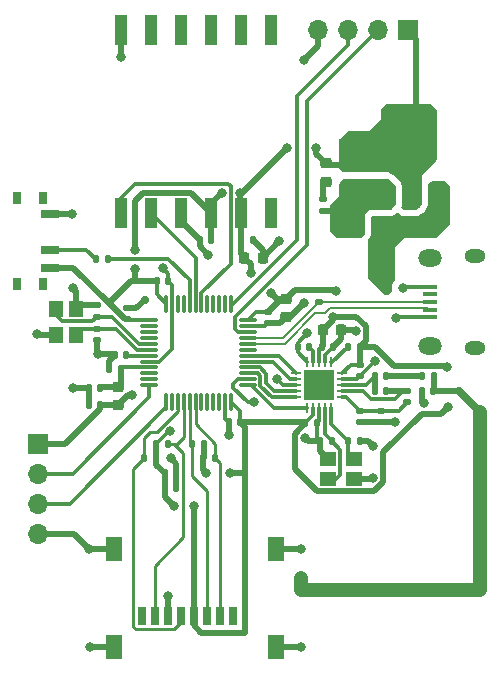
<source format=gbr>
%TF.GenerationSoftware,KiCad,Pcbnew,7.0.8*%
%TF.CreationDate,2023-11-06T16:26:03-06:00*%
%TF.ProjectId,KiCAD Design,4b694341-4420-4446-9573-69676e2e6b69,rev?*%
%TF.SameCoordinates,Original*%
%TF.FileFunction,Copper,L1,Top*%
%TF.FilePolarity,Positive*%
%FSLAX46Y46*%
G04 Gerber Fmt 4.6, Leading zero omitted, Abs format (unit mm)*
G04 Created by KiCad (PCBNEW 7.0.8) date 2023-11-06 16:26:03*
%MOMM*%
%LPD*%
G01*
G04 APERTURE LIST*
G04 Aperture macros list*
%AMRoundRect*
0 Rectangle with rounded corners*
0 $1 Rounding radius*
0 $2 $3 $4 $5 $6 $7 $8 $9 X,Y pos of 4 corners*
0 Add a 4 corners polygon primitive as box body*
4,1,4,$2,$3,$4,$5,$6,$7,$8,$9,$2,$3,0*
0 Add four circle primitives for the rounded corners*
1,1,$1+$1,$2,$3*
1,1,$1+$1,$4,$5*
1,1,$1+$1,$6,$7*
1,1,$1+$1,$8,$9*
0 Add four rect primitives between the rounded corners*
20,1,$1+$1,$2,$3,$4,$5,0*
20,1,$1+$1,$4,$5,$6,$7,0*
20,1,$1+$1,$6,$7,$8,$9,0*
20,1,$1+$1,$8,$9,$2,$3,0*%
G04 Aperture macros list end*
%TA.AperFunction,ComponentPad*%
%ADD10R,1.700000X1.700000*%
%TD*%
%TA.AperFunction,ComponentPad*%
%ADD11O,1.700000X1.700000*%
%TD*%
%TA.AperFunction,SMDPad,CuDef*%
%ADD12RoundRect,0.140000X-0.140000X-0.170000X0.140000X-0.170000X0.140000X0.170000X-0.140000X0.170000X0*%
%TD*%
%TA.AperFunction,SMDPad,CuDef*%
%ADD13RoundRect,0.225000X0.225000X0.250000X-0.225000X0.250000X-0.225000X-0.250000X0.225000X-0.250000X0*%
%TD*%
%TA.AperFunction,SMDPad,CuDef*%
%ADD14RoundRect,0.140000X0.140000X0.170000X-0.140000X0.170000X-0.140000X-0.170000X0.140000X-0.170000X0*%
%TD*%
%TA.AperFunction,SMDPad,CuDef*%
%ADD15R,1.000000X2.500000*%
%TD*%
%TA.AperFunction,SMDPad,CuDef*%
%ADD16R,1.500000X2.000000*%
%TD*%
%TA.AperFunction,SMDPad,CuDef*%
%ADD17R,3.800000X2.000000*%
%TD*%
%TA.AperFunction,SMDPad,CuDef*%
%ADD18RoundRect,0.135000X-0.135000X-0.185000X0.135000X-0.185000X0.135000X0.185000X-0.135000X0.185000X0*%
%TD*%
%TA.AperFunction,SMDPad,CuDef*%
%ADD19RoundRect,0.135000X0.135000X0.185000X-0.135000X0.185000X-0.135000X-0.185000X0.135000X-0.185000X0*%
%TD*%
%TA.AperFunction,SMDPad,CuDef*%
%ADD20RoundRect,0.250000X0.250000X0.475000X-0.250000X0.475000X-0.250000X-0.475000X0.250000X-0.475000X0*%
%TD*%
%TA.AperFunction,SMDPad,CuDef*%
%ADD21R,1.200000X1.400000*%
%TD*%
%TA.AperFunction,SMDPad,CuDef*%
%ADD22RoundRect,0.140000X0.170000X-0.140000X0.170000X0.140000X-0.170000X0.140000X-0.170000X-0.140000X0*%
%TD*%
%TA.AperFunction,SMDPad,CuDef*%
%ADD23RoundRect,0.075000X-0.662500X-0.075000X0.662500X-0.075000X0.662500X0.075000X-0.662500X0.075000X0*%
%TD*%
%TA.AperFunction,SMDPad,CuDef*%
%ADD24RoundRect,0.075000X-0.075000X-0.662500X0.075000X-0.662500X0.075000X0.662500X-0.075000X0.662500X0*%
%TD*%
%TA.AperFunction,SMDPad,CuDef*%
%ADD25RoundRect,0.140000X-0.170000X0.140000X-0.170000X-0.140000X0.170000X-0.140000X0.170000X0.140000X0*%
%TD*%
%TA.AperFunction,SMDPad,CuDef*%
%ADD26R,0.800000X1.500000*%
%TD*%
%TA.AperFunction,SMDPad,CuDef*%
%ADD27R,1.450000X2.000000*%
%TD*%
%TA.AperFunction,SMDPad,CuDef*%
%ADD28RoundRect,0.062500X-0.350000X-0.062500X0.350000X-0.062500X0.350000X0.062500X-0.350000X0.062500X0*%
%TD*%
%TA.AperFunction,SMDPad,CuDef*%
%ADD29RoundRect,0.062500X-0.062500X-0.350000X0.062500X-0.350000X0.062500X0.350000X-0.062500X0.350000X0*%
%TD*%
%TA.AperFunction,SMDPad,CuDef*%
%ADD30R,2.500000X2.500000*%
%TD*%
%TA.AperFunction,SMDPad,CuDef*%
%ADD31RoundRect,0.147500X-0.147500X-0.172500X0.147500X-0.172500X0.147500X0.172500X-0.147500X0.172500X0*%
%TD*%
%TA.AperFunction,SMDPad,CuDef*%
%ADD32R,0.800000X1.000000*%
%TD*%
%TA.AperFunction,SMDPad,CuDef*%
%ADD33R,1.500000X0.700000*%
%TD*%
%TA.AperFunction,SMDPad,CuDef*%
%ADD34RoundRect,0.147500X-0.172500X0.147500X-0.172500X-0.147500X0.172500X-0.147500X0.172500X0.147500X0*%
%TD*%
%TA.AperFunction,SMDPad,CuDef*%
%ADD35RoundRect,0.218750X0.256250X-0.218750X0.256250X0.218750X-0.256250X0.218750X-0.256250X-0.218750X0*%
%TD*%
%TA.AperFunction,SMDPad,CuDef*%
%ADD36RoundRect,0.218750X-0.256250X0.218750X-0.256250X-0.218750X0.256250X-0.218750X0.256250X0.218750X0*%
%TD*%
%TA.AperFunction,SMDPad,CuDef*%
%ADD37RoundRect,0.250000X-0.475000X0.250000X-0.475000X-0.250000X0.475000X-0.250000X0.475000X0.250000X0*%
%TD*%
%TA.AperFunction,SMDPad,CuDef*%
%ADD38R,1.400000X1.200000*%
%TD*%
%TA.AperFunction,SMDPad,CuDef*%
%ADD39RoundRect,0.225000X-0.250000X0.225000X-0.250000X-0.225000X0.250000X-0.225000X0.250000X0.225000X0*%
%TD*%
%TA.AperFunction,SMDPad,CuDef*%
%ADD40RoundRect,0.135000X-0.185000X0.135000X-0.185000X-0.135000X0.185000X-0.135000X0.185000X0.135000X0*%
%TD*%
%TA.AperFunction,SMDPad,CuDef*%
%ADD41RoundRect,0.135000X0.185000X-0.135000X0.185000X0.135000X-0.185000X0.135000X-0.185000X-0.135000X0*%
%TD*%
%TA.AperFunction,SMDPad,CuDef*%
%ADD42R,1.300000X0.450000*%
%TD*%
%TA.AperFunction,ComponentPad*%
%ADD43O,1.800000X1.150000*%
%TD*%
%TA.AperFunction,ComponentPad*%
%ADD44O,2.000000X1.450000*%
%TD*%
%TA.AperFunction,SMDPad,CuDef*%
%ADD45RoundRect,0.225000X-0.225000X-0.250000X0.225000X-0.250000X0.225000X0.250000X-0.225000X0.250000X0*%
%TD*%
%TA.AperFunction,ViaPad*%
%ADD46C,0.800000*%
%TD*%
%TA.AperFunction,ViaPad*%
%ADD47C,0.700000*%
%TD*%
%TA.AperFunction,Conductor*%
%ADD48C,0.500000*%
%TD*%
%TA.AperFunction,Conductor*%
%ADD49C,0.300000*%
%TD*%
%TA.AperFunction,Conductor*%
%ADD50C,1.200000*%
%TD*%
%TA.AperFunction,Conductor*%
%ADD51C,0.700000*%
%TD*%
%TA.AperFunction,Conductor*%
%ADD52C,0.200000*%
%TD*%
%TA.AperFunction,Conductor*%
%ADD53C,0.250000*%
%TD*%
G04 APERTURE END LIST*
D10*
%TO.P,J3,1,Pin_1*%
%TO.N,+3.3V*%
X146250000Y-107000000D03*
D11*
%TO.P,J3,2,Pin_2*%
%TO.N,/UART2_TX*%
X146250000Y-109540000D03*
%TO.P,J3,3,Pin_3*%
%TO.N,/UART2_RX*%
X146250000Y-112080000D03*
%TO.P,J3,4,Pin_4*%
%TO.N,GND*%
X146250000Y-114620000D03*
%TD*%
D12*
%TO.P,C30,1*%
%TO.N,/XC1*%
X172540000Y-106780000D03*
%TO.P,C30,2*%
%TO.N,GND*%
X173500000Y-106780000D03*
%TD*%
D13*
%TO.P,C19,1*%
%TO.N,GND*%
X165275000Y-91250000D03*
%TO.P,C19,2*%
%TO.N,+3.3V*%
X163725000Y-91250000D03*
%TD*%
D14*
%TO.P,C22,1*%
%TO.N,Antenna*%
X179750000Y-101280000D03*
%TO.P,C22,2*%
%TO.N,Net-(C22-Pad2)*%
X178790000Y-101280000D03*
%TD*%
D12*
%TO.P,C3,1*%
%TO.N,+3.3V*%
X156290000Y-93250000D03*
%TO.P,C3,2*%
%TO.N,GND*%
X157250000Y-93250000D03*
%TD*%
D15*
%TO.P,U4,1,RXD1*%
%TO.N,UART3_TX*%
X153300000Y-87500000D03*
%TO.P,U4,2,TXD1*%
%TO.N,UART3_RX*%
X155840000Y-87500000D03*
%TO.P,U4,3,GND*%
%TO.N,GND*%
X158380000Y-87500000D03*
%TO.P,U4,4,VCC*%
%TO.N,+3.3V*%
X160920000Y-87500000D03*
%TO.P,U4,5,V_BCKP*%
X163460000Y-87500000D03*
%TO.P,U4,6,1PPS*%
%TO.N,unconnected-(U4-1PPS-Pad6)*%
X166000000Y-87500000D03*
%TO.P,U4,7,RESERVED*%
%TO.N,unconnected-(U4-RESERVED-Pad7)*%
X166000000Y-72000000D03*
%TO.P,U4,8,RESERVED*%
%TO.N,unconnected-(U4-RESERVED-Pad8)*%
X163460000Y-72000000D03*
%TO.P,U4,9,NC*%
%TO.N,unconnected-(U4-NC-Pad9)*%
X160920000Y-72000000D03*
%TO.P,U4,10,~{RESET}*%
%TO.N,unconnected-(U4-~{RESET}-Pad10)*%
X158380000Y-72000000D03*
%TO.P,U4,11,RESERVED*%
%TO.N,unconnected-(U4-RESERVED-Pad11)*%
X155840000Y-72000000D03*
%TO.P,U4,12,GND*%
%TO.N,GND*%
X153300000Y-72000000D03*
%TD*%
D16*
%TO.P,U2,1,GND*%
%TO.N,GND*%
X175545000Y-86030000D03*
%TO.P,U2,2,VO*%
%TO.N,+3.3V*%
X177845000Y-86030000D03*
D17*
X177845000Y-79730000D03*
D16*
%TO.P,U2,3,VI*%
%TO.N,VBUS*%
X180145000Y-86030000D03*
%TD*%
D18*
%TO.P,R1,1*%
%TO.N,/SW_BOOT_0*%
X151150000Y-91400000D03*
%TO.P,R1,2*%
%TO.N,/BOOT_0*%
X152170000Y-91400000D03*
%TD*%
D19*
%TO.P,R8,1*%
%TO.N,+3.3V*%
X156260000Y-108250000D03*
%TO.P,R8,2*%
%TO.N,SPI1_SCK*%
X155240000Y-108250000D03*
%TD*%
D20*
%TO.P,C12,1*%
%TO.N,VBUS*%
X174950000Y-88500000D03*
%TO.P,C12,2*%
%TO.N,GND*%
X173050000Y-88500000D03*
%TD*%
D21*
%TO.P,Y1,1,1*%
%TO.N,/OSC_IN*%
X147800000Y-95590000D03*
%TO.P,Y1,2,2*%
%TO.N,GND*%
X147800000Y-97790000D03*
%TO.P,Y1,3,3*%
%TO.N,/OSC_OUT*%
X149500000Y-97790000D03*
%TO.P,Y1,4,4*%
%TO.N,GND*%
X149500000Y-95590000D03*
%TD*%
D14*
%TO.P,C6,1*%
%TO.N,+3.3VA*%
X153250000Y-100675000D03*
%TO.P,C6,2*%
%TO.N,GND*%
X152290000Y-100675000D03*
%TD*%
D22*
%TO.P,C21,1*%
%TO.N,GND*%
X175250000Y-105180000D03*
%TO.P,C21,2*%
%TO.N,/VDD_PA*%
X175250000Y-104220000D03*
%TD*%
D23*
%TO.P,U1,1,VBAT*%
%TO.N,+3.3V*%
X155675000Y-96550000D03*
%TO.P,U1,2,PC13*%
%TO.N,unconnected-(U1-PC13-Pad2)*%
X155675000Y-97050000D03*
%TO.P,U1,3,PC14*%
%TO.N,unconnected-(U1-PC14-Pad3)*%
X155675000Y-97550000D03*
%TO.P,U1,4,PC15*%
%TO.N,unconnected-(U1-PC15-Pad4)*%
X155675000Y-98050000D03*
%TO.P,U1,5,PD0*%
%TO.N,/OSC_IN*%
X155675000Y-98550000D03*
%TO.P,U1,6,PD1*%
%TO.N,/OSC_OUT*%
X155675000Y-99050000D03*
%TO.P,U1,7,NRST*%
%TO.N,/NRST*%
X155675000Y-99550000D03*
%TO.P,U1,8,VSSA*%
%TO.N,GND*%
X155675000Y-100050000D03*
%TO.P,U1,9,VDDA*%
%TO.N,+3.3VA*%
X155675000Y-100550000D03*
%TO.P,U1,10,PA0*%
%TO.N,unconnected-(U1-PA0-Pad10)*%
X155675000Y-101050000D03*
%TO.P,U1,11,PA1*%
%TO.N,IMU_INT*%
X155675000Y-101550000D03*
%TO.P,U1,12,PA2*%
%TO.N,/UART2_TX*%
X155675000Y-102050000D03*
D24*
%TO.P,U1,13,PA3*%
%TO.N,/UART2_RX*%
X157087500Y-103462500D03*
%TO.P,U1,14,PA4*%
%TO.N,unconnected-(U1-PA4-Pad14)*%
X157587500Y-103462500D03*
%TO.P,U1,15,PA5*%
%TO.N,SPI1_SCK*%
X158087500Y-103462500D03*
%TO.P,U1,16,PA6*%
%TO.N,SPI1_MISO*%
X158587500Y-103462500D03*
%TO.P,U1,17,PA7*%
%TO.N,SPI1_MOSI*%
X159087500Y-103462500D03*
%TO.P,U1,18,PB0*%
%TO.N,SD_CD*%
X159587500Y-103462500D03*
%TO.P,U1,19,PB1*%
%TO.N,unconnected-(U1-PB1-Pad19)*%
X160087500Y-103462500D03*
%TO.P,U1,20,PB2*%
%TO.N,unconnected-(U1-PB2-Pad20)*%
X160587500Y-103462500D03*
%TO.P,U1,21,PB10*%
%TO.N,unconnected-(U1-PB10-Pad21)*%
X161087500Y-103462500D03*
%TO.P,U1,22,PB11*%
%TO.N,unconnected-(U1-PB11-Pad22)*%
X161587500Y-103462500D03*
%TO.P,U1,23,VSS*%
%TO.N,GND*%
X162087500Y-103462500D03*
%TO.P,U1,24,VDD*%
%TO.N,+3.3V*%
X162587500Y-103462500D03*
D23*
%TO.P,U1,25,PB12*%
%TO.N,SPI2_IRQ*%
X164000000Y-102050000D03*
%TO.P,U1,26,PB13*%
%TO.N,SPI2_SCK*%
X164000000Y-101550000D03*
%TO.P,U1,27,PB14*%
%TO.N,SPI2_MISO*%
X164000000Y-101050000D03*
%TO.P,U1,28,PB15*%
%TO.N,SPI2_MOSI*%
X164000000Y-100550000D03*
%TO.P,U1,29,PA8*%
%TO.N,SPI2_CSN*%
X164000000Y-100050000D03*
%TO.P,U1,30,PA9*%
%TO.N,SPI2_CE*%
X164000000Y-99550000D03*
%TO.P,U1,31,PA10*%
%TO.N,unconnected-(U1-PA10-Pad31)*%
X164000000Y-99050000D03*
%TO.P,U1,32,PA11*%
%TO.N,/USB_D-*%
X164000000Y-98550000D03*
%TO.P,U1,33,PA12*%
%TO.N,/USB_D+*%
X164000000Y-98050000D03*
%TO.P,U1,34,PA13*%
%TO.N,/SWDIO*%
X164000000Y-97550000D03*
%TO.P,U1,35,VSS*%
%TO.N,GND*%
X164000000Y-97050000D03*
%TO.P,U1,36,VDD*%
%TO.N,+3.3V*%
X164000000Y-96550000D03*
D24*
%TO.P,U1,37,PA14*%
%TO.N,/SWCLK*%
X162587500Y-95137500D03*
%TO.P,U1,38,PA15*%
%TO.N,unconnected-(U1-PA15-Pad38)*%
X162087500Y-95137500D03*
%TO.P,U1,39,PB3*%
%TO.N,unconnected-(U1-PB3-Pad39)*%
X161587500Y-95137500D03*
%TO.P,U1,40,PB4*%
%TO.N,unconnected-(U1-PB4-Pad40)*%
X161087500Y-95137500D03*
%TO.P,U1,41,PB5*%
%TO.N,unconnected-(U1-PB5-Pad41)*%
X160587500Y-95137500D03*
%TO.P,U1,42,PB6*%
%TO.N,UART3_TX*%
X160087500Y-95137500D03*
%TO.P,U1,43,PB7*%
%TO.N,UART3_RX*%
X159587500Y-95137500D03*
%TO.P,U1,44,BOOT0*%
%TO.N,/BOOT_0*%
X159087500Y-95137500D03*
%TO.P,U1,45,PB8*%
%TO.N,unconnected-(U1-PB8-Pad45)*%
X158587500Y-95137500D03*
%TO.P,U1,46,PB9*%
%TO.N,unconnected-(U1-PB9-Pad46)*%
X158087500Y-95137500D03*
%TO.P,U1,47,VSS*%
%TO.N,GND*%
X157587500Y-95137500D03*
%TO.P,U1,48,VDD*%
%TO.N,+3.3V*%
X157087500Y-95137500D03*
%TD*%
D25*
%TO.P,C2,1*%
%TO.N,+3.3V*%
X165750000Y-95840000D03*
%TO.P,C2,2*%
%TO.N,GND*%
X165750000Y-96800000D03*
%TD*%
D10*
%TO.P,J2,1,Pin_1*%
%TO.N,+3.3V*%
X177550000Y-72000000D03*
D11*
%TO.P,J2,2,Pin_2*%
%TO.N,/SWDIO*%
X175010000Y-72000000D03*
%TO.P,J2,3,Pin_3*%
%TO.N,/SWCLK*%
X172470000Y-72000000D03*
%TO.P,J2,4,Pin_4*%
%TO.N,GND*%
X169930000Y-72000000D03*
%TD*%
D26*
%TO.P,J5,1,DAT2*%
%TO.N,unconnected-(J5-DAT2-Pad1)*%
X162750000Y-121627500D03*
%TO.P,J5,2,DAT3/CD*%
%TO.N,SD_CD*%
X161650000Y-121627500D03*
%TO.P,J5,3,CMD*%
%TO.N,SPI1_MOSI*%
X160550000Y-121627500D03*
%TO.P,J5,4,VDD*%
%TO.N,+3.3V*%
X159450000Y-121627500D03*
%TO.P,J5,5,CLK*%
%TO.N,SPI1_SCK*%
X158350000Y-121627500D03*
%TO.P,J5,6,VSS*%
%TO.N,GND*%
X157250000Y-121627500D03*
%TO.P,J5,7,DAT0*%
%TO.N,SPI1_MISO*%
X156150000Y-121627500D03*
%TO.P,J5,8,DAT1*%
%TO.N,unconnected-(J5-DAT1-Pad8)*%
X155050000Y-121627500D03*
D27*
%TO.P,J5,9,SHIELD*%
%TO.N,GND*%
X166425000Y-124227500D03*
X166425000Y-115927500D03*
X152675000Y-124227500D03*
X152675000Y-115927500D03*
%TD*%
D28*
%TO.P,U5,1,CE*%
%TO.N,SPI2_CE*%
X168125000Y-101030000D03*
%TO.P,U5,2,CSN*%
%TO.N,SPI2_CSN*%
X168125000Y-101530000D03*
%TO.P,U5,3,SCK*%
%TO.N,SPI2_SCK*%
X168125000Y-102030000D03*
%TO.P,U5,4,MOSI*%
%TO.N,SPI2_MOSI*%
X168125000Y-102530000D03*
%TO.P,U5,5,MISO*%
%TO.N,SPI2_MISO*%
X168125000Y-103030000D03*
D29*
%TO.P,U5,6,IRQ*%
%TO.N,SPI2_IRQ*%
X169062500Y-103967500D03*
%TO.P,U5,7,VDD*%
%TO.N,+3.3V*%
X169562500Y-103967500D03*
%TO.P,U5,8,VSS*%
%TO.N,GND*%
X170062500Y-103967500D03*
%TO.P,U5,9,XC2*%
%TO.N,/XC2*%
X170562500Y-103967500D03*
%TO.P,U5,10,XC1*%
%TO.N,/XC1*%
X171062500Y-103967500D03*
D28*
%TO.P,U5,11,VDD_PA*%
%TO.N,/VDD_PA*%
X172000000Y-103030000D03*
%TO.P,U5,12,ANT1*%
%TO.N,/ANT1*%
X172000000Y-102530000D03*
%TO.P,U5,13,ANT2*%
%TO.N,/ANT2*%
X172000000Y-102030000D03*
%TO.P,U5,14,VSS*%
%TO.N,GND*%
X172000000Y-101530000D03*
%TO.P,U5,15,VDD*%
%TO.N,+3.3V*%
X172000000Y-101030000D03*
D29*
%TO.P,U5,16,IREF*%
%TO.N,/IREF*%
X171062500Y-100092500D03*
%TO.P,U5,17,VSS*%
%TO.N,GND*%
X170562500Y-100092500D03*
%TO.P,U5,18,VDD*%
%TO.N,+3.3V*%
X170062500Y-100092500D03*
%TO.P,U5,19,DVDD*%
%TO.N,/DVDD*%
X169562500Y-100092500D03*
%TO.P,U5,20,VSS*%
%TO.N,GND*%
X169062500Y-100092500D03*
D30*
%TO.P,U5,21*%
%TO.N,N/C*%
X170062500Y-102030000D03*
%TD*%
D31*
%TO.P,L3,1,1*%
%TO.N,/ANT2*%
X174780000Y-101280000D03*
%TO.P,L3,2,2*%
%TO.N,Net-(C22-Pad2)*%
X175750000Y-101280000D03*
%TD*%
D32*
%TO.P,SW1,*%
%TO.N,*%
X146650000Y-86200000D03*
X144440000Y-86200000D03*
X146650000Y-93500000D03*
X144440000Y-93500000D03*
D33*
%TO.P,SW1,1,A*%
%TO.N,GND*%
X147300000Y-87600000D03*
%TO.P,SW1,2,B*%
%TO.N,/SW_BOOT_0*%
X147300000Y-90600000D03*
%TO.P,SW1,3,C*%
%TO.N,+3.3V*%
X147300000Y-92100000D03*
%TD*%
D12*
%TO.P,C24,1*%
%TO.N,+3.3V*%
X170290000Y-98780000D03*
%TO.P,C24,2*%
%TO.N,GND*%
X171250000Y-98780000D03*
%TD*%
D19*
%TO.P,R9,1*%
%TO.N,+3.3V*%
X160280000Y-107000000D03*
%TO.P,R9,2*%
%TO.N,SPI1_MOSI*%
X159260000Y-107000000D03*
%TD*%
D12*
%TO.P,C26,1*%
%TO.N,+3.3V*%
X168890000Y-105280000D03*
%TO.P,C26,2*%
%TO.N,GND*%
X169850000Y-105280000D03*
%TD*%
D14*
%TO.P,C31,1*%
%TO.N,GND*%
X157950000Y-110750000D03*
%TO.P,C31,2*%
%TO.N,+3.3V*%
X156990000Y-110750000D03*
%TD*%
%TO.P,C9,1*%
%TO.N,/NRST*%
X153730000Y-99500000D03*
%TO.P,C9,2*%
%TO.N,GND*%
X152770000Y-99500000D03*
%TD*%
D12*
%TO.P,C17,1*%
%TO.N,GND*%
X159960000Y-89750000D03*
%TO.P,C17,2*%
%TO.N,+3.3V*%
X160920000Y-89750000D03*
%TD*%
D14*
%TO.P,C8,1*%
%TO.N,+3.3V*%
X151500000Y-103750000D03*
%TO.P,C8,2*%
%TO.N,GND*%
X150540000Y-103750000D03*
%TD*%
D25*
%TO.P,C11,1*%
%TO.N,/OSC_OUT*%
X151250000Y-97290000D03*
%TO.P,C11,2*%
%TO.N,GND*%
X151250000Y-98250000D03*
%TD*%
D34*
%TO.P,L1,1,1*%
%TO.N,/ANT1*%
X177500000Y-102530000D03*
%TO.P,L1,2,2*%
%TO.N,/VDD_PA*%
X177500000Y-103500000D03*
%TD*%
D35*
%TO.P,D1,1,K*%
%TO.N,/PWR LED -*%
X170595000Y-84855000D03*
%TO.P,D1,2,A*%
%TO.N,+3.3V*%
X170595000Y-83280000D03*
%TD*%
D36*
%TO.P,FB1,1*%
%TO.N,+3.3VA*%
X153000000Y-102175000D03*
%TO.P,FB1,2*%
%TO.N,+3.3V*%
X153000000Y-103750000D03*
%TD*%
D14*
%TO.P,C28,1*%
%TO.N,/DVDD*%
X169210000Y-98780000D03*
%TO.P,C28,2*%
%TO.N,GND*%
X168250000Y-98780000D03*
%TD*%
D22*
%TO.P,C20,1*%
%TO.N,GND*%
X173500000Y-105180000D03*
%TO.P,C20,2*%
%TO.N,/VDD_PA*%
X173500000Y-104220000D03*
%TD*%
D31*
%TO.P,L2,1,1*%
%TO.N,/ANT2*%
X174780000Y-102530000D03*
%TO.P,L2,2,2*%
%TO.N,/ANT1*%
X175750000Y-102530000D03*
%TD*%
D37*
%TO.P,C13,1*%
%TO.N,+3.3V*%
X172845000Y-83380000D03*
%TO.P,C13,2*%
%TO.N,GND*%
X172845000Y-85280000D03*
%TD*%
D14*
%TO.P,C32,1*%
%TO.N,GND*%
X157950000Y-109500000D03*
%TO.P,C32,2*%
%TO.N,+3.3V*%
X156990000Y-109500000D03*
%TD*%
D38*
%TO.P,Y2,1,1*%
%TO.N,/XC2*%
X170800000Y-109980000D03*
%TO.P,Y2,2,2*%
%TO.N,GND*%
X173000000Y-109980000D03*
%TO.P,Y2,3,3*%
%TO.N,/XC1*%
X173000000Y-108280000D03*
%TO.P,Y2,4,4*%
%TO.N,GND*%
X170800000Y-108280000D03*
%TD*%
D22*
%TO.P,C4,1*%
%TO.N,+3.3V*%
X153800000Y-96480000D03*
%TO.P,C4,2*%
%TO.N,GND*%
X153800000Y-95520000D03*
%TD*%
D14*
%TO.P,C29,1*%
%TO.N,/XC2*%
X171110000Y-106780000D03*
%TO.P,C29,2*%
%TO.N,GND*%
X170150000Y-106780000D03*
%TD*%
%TO.P,C7,1*%
%TO.N,+3.3VA*%
X151500000Y-102250000D03*
%TO.P,C7,2*%
%TO.N,GND*%
X150540000Y-102250000D03*
%TD*%
D18*
%TO.P,R7,1*%
%TO.N,+3.3V*%
X156250000Y-107000000D03*
%TO.P,R7,2*%
%TO.N,SPI1_MISO*%
X157270000Y-107000000D03*
%TD*%
D14*
%TO.P,C1,1*%
%TO.N,+3.3V*%
X163360000Y-105200000D03*
%TO.P,C1,2*%
%TO.N,GND*%
X162400000Y-105200000D03*
%TD*%
D39*
%TO.P,C5,1*%
%TO.N,+3.3V*%
X167250000Y-94725000D03*
%TO.P,C5,2*%
%TO.N,GND*%
X167250000Y-96275000D03*
%TD*%
D40*
%TO.P,R2,1*%
%TO.N,+3.3V*%
X170050000Y-93980000D03*
%TO.P,R2,2*%
%TO.N,/USB_D+*%
X170050000Y-95000000D03*
%TD*%
D22*
%TO.P,C10,1*%
%TO.N,/OSC_IN*%
X151250000Y-96255000D03*
%TO.P,C10,2*%
%TO.N,GND*%
X151250000Y-95295000D03*
%TD*%
D18*
%TO.P,R6,1*%
%TO.N,/IREF*%
X172480000Y-98780000D03*
%TO.P,R6,2*%
%TO.N,+3.3V*%
X173500000Y-98780000D03*
%TD*%
D41*
%TO.P,R3,1*%
%TO.N,GND*%
X170345000Y-87280000D03*
%TO.P,R3,2*%
%TO.N,/PWR LED -*%
X170345000Y-86260000D03*
%TD*%
D25*
%TO.P,C25,1*%
%TO.N,+3.3V*%
X173500000Y-100320000D03*
%TO.P,C25,2*%
%TO.N,GND*%
X173500000Y-101280000D03*
%TD*%
D14*
%TO.P,C18,1*%
%TO.N,GND*%
X164420000Y-89750000D03*
%TO.P,C18,2*%
%TO.N,+3.3V*%
X163460000Y-89750000D03*
%TD*%
D18*
%TO.P,R10,1*%
%TO.N,+3.3V*%
X160240000Y-108250000D03*
%TO.P,R10,2*%
%TO.N,SD_CD*%
X161260000Y-108250000D03*
%TD*%
D14*
%TO.P,C23,1*%
%TO.N,Antenna*%
X179730000Y-102530000D03*
%TO.P,C23,2*%
%TO.N,GND*%
X178770000Y-102530000D03*
%TD*%
D42*
%TO.P,J1,1,VBUS*%
%TO.N,VBUS*%
X179400000Y-96305000D03*
%TO.P,J1,2,D-*%
%TO.N,/USB_D-*%
X179400000Y-95655000D03*
%TO.P,J1,3,D+*%
%TO.N,/USB_D+*%
X179400000Y-95005000D03*
%TO.P,J1,4,ID*%
%TO.N,unconnected-(J1-ID-Pad4)*%
X179400000Y-94355000D03*
%TO.P,J1,5,GND*%
%TO.N,GND*%
X179400000Y-93705000D03*
D43*
%TO.P,J1,6,Shield*%
%TO.N,unconnected-(J1-Shield-Pad6)*%
X183250000Y-98880000D03*
D44*
X179450000Y-98730000D03*
X179450000Y-91280000D03*
D43*
X183250000Y-91130000D03*
%TD*%
D45*
%TO.P,C27,1*%
%TO.N,+3.3V*%
X170375000Y-97400000D03*
%TO.P,C27,2*%
%TO.N,GND*%
X171925000Y-97400000D03*
%TD*%
D46*
%TO.N,+3.3V*%
X163350000Y-85800000D03*
X166010706Y-94260706D03*
X154500000Y-90600000D03*
X171450000Y-94100000D03*
X180850000Y-100500000D03*
X162500000Y-109500000D03*
X157750000Y-112250000D03*
X171250000Y-96254500D03*
X159500000Y-112250000D03*
X161800500Y-85749500D03*
X167350000Y-82000000D03*
X154170023Y-102920023D03*
X169799500Y-82000000D03*
X180950000Y-103900000D03*
X157463892Y-105913892D03*
X164282523Y-92532523D03*
X160500000Y-109500000D03*
X154500000Y-92200000D03*
%TO.N,GND*%
X156800000Y-92150000D03*
X150625000Y-124225000D03*
X174650000Y-107200000D03*
X171550000Y-87800000D03*
X162450000Y-106300000D03*
X168875000Y-106550000D03*
X173250000Y-86750000D03*
X173150000Y-97500000D03*
X146150000Y-97700000D03*
X166675000Y-89850000D03*
X174650000Y-109900000D03*
X168500000Y-124225000D03*
X151350000Y-99400000D03*
X174800000Y-100025000D03*
X149150000Y-87600000D03*
D47*
X155300000Y-94800000D03*
D46*
X172250000Y-86750000D03*
X168500000Y-115925000D03*
X171550000Y-88800000D03*
X153250000Y-74250000D03*
X168750000Y-74500000D03*
X160675000Y-91025000D03*
X178950000Y-103600000D03*
X177150000Y-93800000D03*
X169050000Y-97650000D03*
X168775000Y-95100000D03*
X149250000Y-102300000D03*
X157250000Y-119875000D03*
X150600000Y-115925000D03*
X176450000Y-105200000D03*
X157497700Y-108252300D03*
X149250000Y-93800000D03*
%TO.N,VBUS*%
X175750000Y-93800000D03*
X176550000Y-96400000D03*
%TO.N,SPI2_SCK*%
X164500000Y-103500000D03*
X166500000Y-101500000D03*
%TD*%
D48*
%TO.N,GND*%
X149295000Y-114620000D02*
X150600000Y-115925000D01*
X146250000Y-114620000D02*
X149295000Y-114620000D01*
%TO.N,+3.3V*%
X148560000Y-107000000D02*
X146250000Y-107000000D01*
X151500000Y-104060000D02*
X148560000Y-107000000D01*
X151500000Y-103750000D02*
X151500000Y-104060000D01*
D49*
%TO.N,/UART2_TX*%
X155675000Y-103075000D02*
X155675000Y-102050000D01*
X149210000Y-109540000D02*
X155675000Y-103075000D01*
X146250000Y-109540000D02*
X149210000Y-109540000D01*
%TO.N,/UART2_RX*%
X148920000Y-112080000D02*
X146250000Y-112080000D01*
X157087500Y-103912500D02*
X148920000Y-112080000D01*
X157087500Y-103462500D02*
X157087500Y-103912500D01*
D48*
%TO.N,+3.3V*%
X167250000Y-94725000D02*
X166475000Y-94725000D01*
X171250000Y-96254500D02*
X171250000Y-96525000D01*
X153829977Y-102920023D02*
X153000000Y-103750000D01*
X156260000Y-108250000D02*
X156260000Y-108770000D01*
X163350000Y-85800000D02*
X163550000Y-85800000D01*
X160920000Y-87500000D02*
X160920000Y-89750000D01*
X163750000Y-123000000D02*
X163750000Y-109500000D01*
X160280000Y-107000000D02*
X160280000Y-108210000D01*
X156990000Y-110750000D02*
X156990000Y-111490000D01*
X163460000Y-90985000D02*
X163725000Y-91250000D01*
X170695000Y-83380000D02*
X170595000Y-83280000D01*
X170375000Y-98695000D02*
X170290000Y-98780000D01*
X178800000Y-104450000D02*
X180400000Y-104450000D01*
X151500000Y-103750000D02*
X153000000Y-103750000D01*
X156260000Y-108770000D02*
X156990000Y-109500000D01*
D49*
X153870000Y-96550000D02*
X153800000Y-96480000D01*
D48*
X166475000Y-94725000D02*
X166010706Y-94260706D01*
X171330000Y-93980000D02*
X170050000Y-93980000D01*
X168890000Y-105280000D02*
X168025000Y-106145000D01*
D49*
X163360000Y-104235000D02*
X163360000Y-105200000D01*
D48*
X149235612Y-92100000D02*
X152242806Y-95107194D01*
X159220000Y-85800000D02*
X160920000Y-87500000D01*
X175500000Y-110252082D02*
X175500000Y-107750000D01*
X167995000Y-93980000D02*
X167250000Y-94725000D01*
D49*
X169562500Y-103967500D02*
X169562500Y-104564534D01*
D48*
X180400000Y-104450000D02*
X180950000Y-103900000D01*
X167250000Y-94725000D02*
X166865000Y-94725000D01*
X180850000Y-100500000D02*
X180750000Y-100400000D01*
X174757082Y-98780000D02*
X173500000Y-98780000D01*
X160072500Y-123000000D02*
X163750000Y-123000000D01*
X163750000Y-109500000D02*
X163750000Y-105590000D01*
X163460000Y-87500000D02*
X163460000Y-89750000D01*
X156250000Y-108240000D02*
X156260000Y-108250000D01*
X163750000Y-105590000D02*
X163360000Y-105200000D01*
X160280000Y-108210000D02*
X160240000Y-108250000D01*
D49*
X170062500Y-99007500D02*
X170062500Y-100092500D01*
D48*
X172845000Y-83380000D02*
X170695000Y-83380000D01*
D49*
X170290000Y-98780000D02*
X170062500Y-99007500D01*
D48*
X171250000Y-96525000D02*
X170375000Y-97400000D01*
X178290000Y-72740000D02*
X178290000Y-79285000D01*
X173500000Y-98780000D02*
X174000000Y-98280000D01*
X173204500Y-96254500D02*
X171250000Y-96254500D01*
X155153604Y-85800000D02*
X159220000Y-85800000D01*
D49*
X162587500Y-103462500D02*
X163360000Y-104235000D01*
D48*
X176377082Y-100400000D02*
X174757082Y-98780000D01*
X154500000Y-92200000D02*
X154500000Y-93250000D01*
X163550000Y-85800000D02*
X167350000Y-82000000D01*
D49*
X168890000Y-105237034D02*
X168890000Y-105280000D01*
D48*
X164282523Y-91807523D02*
X163725000Y-91250000D01*
D49*
X156250000Y-107000000D02*
X157336108Y-105913892D01*
D48*
X173500000Y-99200000D02*
X173500000Y-100320000D01*
X163350000Y-85800000D02*
X163350000Y-87390000D01*
X160240000Y-108250000D02*
X160240000Y-109240000D01*
D49*
X164710000Y-95840000D02*
X165750000Y-95840000D01*
D48*
X168810000Y-105200000D02*
X168890000Y-105280000D01*
D49*
X155675000Y-96550000D02*
X153870000Y-96550000D01*
D48*
X174722082Y-111030000D02*
X175500000Y-110252082D01*
X154500000Y-86453604D02*
X155153604Y-85800000D01*
X154100000Y-93250000D02*
X152242806Y-95107194D01*
X180750000Y-100400000D02*
X176377082Y-100400000D01*
X173500000Y-98780000D02*
X173500000Y-99200000D01*
X168025000Y-106145000D02*
X168025000Y-109141396D01*
X156290000Y-93250000D02*
X154500000Y-93250000D01*
X169799500Y-82000000D02*
X169799500Y-82484500D01*
X169913604Y-111030000D02*
X174722082Y-111030000D01*
D49*
X157336108Y-105913892D02*
X157463892Y-105913892D01*
X164000000Y-96550000D02*
X164710000Y-95840000D01*
D48*
X160920000Y-87500000D02*
X160920000Y-86630000D01*
D49*
X172710000Y-100320000D02*
X173500000Y-100320000D01*
D48*
X163750000Y-109500000D02*
X162500000Y-109500000D01*
X154170023Y-102920023D02*
X153829977Y-102920023D01*
X174000000Y-97050000D02*
X173204500Y-96254500D01*
X178290000Y-79285000D02*
X177845000Y-79730000D01*
X160240000Y-109240000D02*
X160500000Y-109500000D01*
X171450000Y-94100000D02*
X171330000Y-93980000D01*
X154500000Y-93250000D02*
X154100000Y-93250000D01*
X159450000Y-122377500D02*
X160072500Y-123000000D01*
X169799500Y-82484500D02*
X170595000Y-83280000D01*
X163460000Y-89750000D02*
X163460000Y-90985000D01*
X154500000Y-86453604D02*
X154500000Y-90600000D01*
X168025000Y-109141396D02*
X169913604Y-111030000D01*
X156990000Y-111490000D02*
X157750000Y-112250000D01*
D49*
X169562500Y-104564534D02*
X168890000Y-105237034D01*
D48*
X159450000Y-112300000D02*
X159450000Y-121627500D01*
X160920000Y-86630000D02*
X161800500Y-85749500D01*
X159450000Y-121627500D02*
X159450000Y-122377500D01*
X175500000Y-107750000D02*
X178800000Y-104450000D01*
X152242806Y-95107194D02*
X153615612Y-96480000D01*
X163360000Y-105200000D02*
X168810000Y-105200000D01*
D49*
X157087500Y-95137500D02*
X156290000Y-94340000D01*
D48*
X166865000Y-94725000D02*
X165750000Y-95840000D01*
X174000000Y-98280000D02*
X174000000Y-97050000D01*
X170375000Y-97400000D02*
X170375000Y-98695000D01*
X170050000Y-93980000D02*
X167995000Y-93980000D01*
X147300000Y-92100000D02*
X149235612Y-92100000D01*
X156990000Y-109500000D02*
X156990000Y-110750000D01*
D49*
X156290000Y-94340000D02*
X156290000Y-93250000D01*
D48*
X159500000Y-112250000D02*
X159450000Y-112300000D01*
D49*
X172000000Y-101030000D02*
X172710000Y-100320000D01*
D48*
X163350000Y-87390000D02*
X163460000Y-87500000D01*
X164282523Y-92532523D02*
X164282523Y-91807523D01*
X177550000Y-72000000D02*
X178290000Y-72740000D01*
X153615612Y-96480000D02*
X153800000Y-96480000D01*
X156250000Y-107000000D02*
X156250000Y-108240000D01*
%TO.N,GND*%
X165275000Y-90605000D02*
X164420000Y-89750000D01*
X149300000Y-102250000D02*
X149250000Y-102300000D01*
D49*
X156513542Y-100050000D02*
X157587500Y-98976042D01*
D48*
X173500000Y-106780000D02*
X174230000Y-106780000D01*
X159960000Y-89750000D02*
X159960000Y-90310000D01*
X176430000Y-105180000D02*
X176450000Y-105200000D01*
X150540000Y-102250000D02*
X149300000Y-102250000D01*
X146240000Y-97790000D02*
X146150000Y-97700000D01*
D49*
X162087500Y-104887500D02*
X162400000Y-105200000D01*
X157250000Y-92600000D02*
X156800000Y-92150000D01*
D48*
X157950000Y-108704600D02*
X157497700Y-108252300D01*
X171925000Y-98105000D02*
X171250000Y-98780000D01*
D49*
X169850000Y-106480000D02*
X169850000Y-105280000D01*
D48*
X170345000Y-87280000D02*
X171030000Y-87280000D01*
D49*
X165500000Y-97050000D02*
X165750000Y-96800000D01*
D48*
X165275000Y-91250000D02*
X165275000Y-90605000D01*
D49*
X162087500Y-103462500D02*
X162087500Y-104887500D01*
D48*
X170150000Y-106780000D02*
X169105000Y-106780000D01*
D49*
X157587500Y-93587500D02*
X157250000Y-93250000D01*
X172000000Y-101530000D02*
X173250000Y-101530000D01*
D48*
X175250000Y-105180000D02*
X176430000Y-105180000D01*
X171030000Y-87280000D02*
X171550000Y-87800000D01*
X149500000Y-95590000D02*
X149500000Y-94050000D01*
X157250000Y-121627500D02*
X157250000Y-119875000D01*
X152770000Y-99500000D02*
X152290000Y-99980000D01*
D49*
X170562500Y-99510466D02*
X170562500Y-100092500D01*
D48*
X158380000Y-87500000D02*
X158380000Y-88170000D01*
X151250000Y-95295000D02*
X149795000Y-95295000D01*
X152670000Y-99400000D02*
X152770000Y-99500000D01*
D49*
X157587500Y-95137500D02*
X157587500Y-93587500D01*
X171250000Y-98822966D02*
X170562500Y-99510466D01*
X171250000Y-98780000D02*
X171250000Y-98822966D01*
X155675000Y-100050000D02*
X156513542Y-100050000D01*
D48*
X159960000Y-90310000D02*
X160675000Y-91025000D01*
X166425000Y-115927500D02*
X168497500Y-115927500D01*
X170150000Y-106780000D02*
X170150000Y-107630000D01*
X165275000Y-91250000D02*
X166675000Y-89850000D01*
X173000000Y-109980000D02*
X174570000Y-109980000D01*
X153300000Y-72000000D02*
X153300000Y-74200000D01*
X151250000Y-98250000D02*
X151250000Y-99300000D01*
D49*
X157587500Y-98976042D02*
X157587500Y-95137500D01*
D48*
X154580000Y-95520000D02*
X155300000Y-94800000D01*
X166425000Y-124227500D02*
X168497500Y-124227500D01*
X157950000Y-110750000D02*
X157950000Y-109500000D01*
X149795000Y-95295000D02*
X149500000Y-95590000D01*
D49*
X168250000Y-98450000D02*
X169050000Y-97650000D01*
D48*
X152675000Y-115927500D02*
X150602500Y-115927500D01*
X149500000Y-94050000D02*
X149250000Y-93800000D01*
D49*
X179400000Y-93705000D02*
X177245000Y-93705000D01*
D48*
X174570000Y-109980000D02*
X174650000Y-109900000D01*
D49*
X157250000Y-93250000D02*
X157250000Y-92600000D01*
D48*
X151250000Y-99300000D02*
X151350000Y-99400000D01*
X178770000Y-102530000D02*
X178770000Y-103420000D01*
X150602500Y-115927500D02*
X150600000Y-115925000D01*
X169930000Y-72000000D02*
X169930000Y-73320000D01*
X150627500Y-124227500D02*
X150625000Y-124225000D01*
X153300000Y-74200000D02*
X153250000Y-74250000D01*
D49*
X168250000Y-99280000D02*
X169062500Y-100092500D01*
X169850000Y-105280000D02*
X170062500Y-105067500D01*
D48*
X174230000Y-106780000D02*
X174650000Y-107200000D01*
X162400000Y-105200000D02*
X162400000Y-106250000D01*
X173500000Y-105180000D02*
X175250000Y-105180000D01*
X169930000Y-73320000D02*
X168750000Y-74500000D01*
D49*
X168250000Y-98780000D02*
X168250000Y-99280000D01*
D48*
X152675000Y-124227500D02*
X150627500Y-124227500D01*
D49*
X177245000Y-93705000D02*
X177150000Y-93800000D01*
X173545000Y-101280000D02*
X174800000Y-100025000D01*
D48*
X167250000Y-96275000D02*
X167600000Y-96275000D01*
X168497500Y-124227500D02*
X168500000Y-124225000D01*
X147300000Y-87600000D02*
X149150000Y-87600000D01*
X166725000Y-96800000D02*
X165750000Y-96800000D01*
D49*
X164000000Y-97050000D02*
X165500000Y-97050000D01*
D48*
X178770000Y-103420000D02*
X178950000Y-103600000D01*
D49*
X170062500Y-105067500D02*
X170062500Y-103967500D01*
D48*
X173050000Y-97400000D02*
X173150000Y-97500000D01*
X167250000Y-96275000D02*
X166725000Y-96800000D01*
X171925000Y-97400000D02*
X173050000Y-97400000D01*
X167600000Y-96275000D02*
X168775000Y-95100000D01*
X158380000Y-88170000D02*
X159960000Y-89750000D01*
X151350000Y-99400000D02*
X152670000Y-99400000D01*
X169105000Y-106780000D02*
X168875000Y-106550000D01*
D49*
X170150000Y-106780000D02*
X169850000Y-106480000D01*
D48*
X150540000Y-102250000D02*
X150540000Y-103750000D01*
X168497500Y-115927500D02*
X168500000Y-115925000D01*
X152290000Y-99980000D02*
X152290000Y-100675000D01*
D49*
X168250000Y-98780000D02*
X168250000Y-98450000D01*
X173250000Y-101530000D02*
X173500000Y-101280000D01*
D48*
X171925000Y-97400000D02*
X171925000Y-98105000D01*
X170150000Y-107630000D02*
X170800000Y-108280000D01*
D49*
X173500000Y-101280000D02*
X173545000Y-101280000D01*
D48*
X153800000Y-95520000D02*
X154580000Y-95520000D01*
X157950000Y-109500000D02*
X157950000Y-108704600D01*
X162400000Y-106250000D02*
X162450000Y-106300000D01*
X147800000Y-97790000D02*
X146240000Y-97790000D01*
%TO.N,+3.3VA*%
X151575000Y-102175000D02*
X151500000Y-102250000D01*
D49*
X155675000Y-100550000D02*
X153375000Y-100550000D01*
D48*
X153000000Y-102175000D02*
X153250000Y-101925000D01*
X153250000Y-101925000D02*
X153250000Y-100675000D01*
D49*
X153375000Y-100550000D02*
X153250000Y-100675000D01*
D48*
X153000000Y-102175000D02*
X151575000Y-102175000D01*
D49*
%TO.N,/NRST*%
X153780000Y-99550000D02*
X153730000Y-99500000D01*
X155675000Y-99550000D02*
X153780000Y-99550000D01*
%TO.N,/OSC_IN*%
X151250000Y-96255000D02*
X150865000Y-96640000D01*
X155675000Y-98550000D02*
X154836458Y-98550000D01*
X152541458Y-96255000D02*
X151250000Y-96255000D01*
X148290000Y-96640000D02*
X147800000Y-96150000D01*
X150865000Y-96640000D02*
X148290000Y-96640000D01*
X147800000Y-96150000D02*
X147800000Y-95590000D01*
X154836458Y-98550000D02*
X152541458Y-96255000D01*
%TO.N,/OSC_OUT*%
X151250000Y-97290000D02*
X150000000Y-97290000D01*
X152869352Y-97290000D02*
X151250000Y-97290000D01*
X155675000Y-99050000D02*
X154629352Y-99050000D01*
X154629352Y-99050000D02*
X152869352Y-97290000D01*
X150000000Y-97290000D02*
X149500000Y-97790000D01*
%TO.N,VBUS*%
X176645000Y-96305000D02*
X176550000Y-96400000D01*
X179400000Y-96305000D02*
X176645000Y-96305000D01*
D50*
%TO.N,Antenna*%
X168550000Y-119400000D02*
X168550000Y-118400000D01*
D51*
X181880000Y-102530000D02*
X183650000Y-104300000D01*
D48*
X179750000Y-102510000D02*
X179730000Y-102530000D01*
X179730000Y-102530000D02*
X181880000Y-102530000D01*
X179750000Y-101280000D02*
X179750000Y-102510000D01*
D50*
X183650000Y-104300000D02*
X183650000Y-119400000D01*
X183650000Y-119400000D02*
X168550000Y-119400000D01*
D48*
%TO.N,Net-(C22-Pad2)*%
X175750000Y-101280000D02*
X178790000Y-101280000D01*
%TO.N,/PWR LED -*%
X170345000Y-86260000D02*
X170345000Y-85105000D01*
X170345000Y-85105000D02*
X170595000Y-84855000D01*
D52*
%TO.N,/USB_D-*%
X165106251Y-98550000D02*
X165131251Y-98525000D01*
X169745500Y-95964550D02*
X170550000Y-95964550D01*
X179386397Y-95655000D02*
X179400000Y-95655000D01*
X179285897Y-95554500D02*
X179386397Y-95655000D01*
X165131251Y-98525000D02*
X167185050Y-98525000D01*
X167185050Y-98525000D02*
X169745500Y-95964550D01*
X164000000Y-98550000D02*
X165106251Y-98550000D01*
X170960050Y-95554500D02*
X179285897Y-95554500D01*
X170550000Y-95964550D02*
X170960050Y-95554500D01*
%TO.N,/USB_D+*%
X164000000Y-98050000D02*
X165106251Y-98050000D01*
X165131251Y-98075000D02*
X166998682Y-98075000D01*
X170073682Y-95000000D02*
X179395000Y-95000000D01*
X179395000Y-95000000D02*
X179400000Y-95005000D01*
X165106251Y-98050000D02*
X165131251Y-98075000D01*
X166998682Y-98075000D02*
X170073682Y-95000000D01*
D49*
%TO.N,/SWDIO*%
X169050000Y-77960000D02*
X175010000Y-72000000D01*
X169050000Y-90161458D02*
X169050000Y-77960000D01*
X164000000Y-97550000D02*
X163161458Y-97550000D01*
X163161458Y-97550000D02*
X162912500Y-97301042D01*
X162912500Y-96298958D02*
X169050000Y-90161458D01*
X162912500Y-97301042D02*
X162912500Y-96298958D01*
%TO.N,/SWCLK*%
X162737500Y-95137500D02*
X168150000Y-89725000D01*
X162587500Y-95137500D02*
X162737500Y-95137500D01*
X168150000Y-77600000D02*
X172470000Y-73280000D01*
X172470000Y-73280000D02*
X172470000Y-72000000D01*
X168150000Y-89725000D02*
X168150000Y-77600000D01*
D53*
%TO.N,SD_CD*%
X161650000Y-108640000D02*
X161650000Y-121627500D01*
X159587500Y-105336962D02*
X161260000Y-107009462D01*
X161260000Y-107009462D02*
X161260000Y-108250000D01*
X159587500Y-103462500D02*
X159587500Y-105336962D01*
X161260000Y-108250000D02*
X161650000Y-108640000D01*
%TO.N,SPI1_MOSI*%
X159260000Y-107000000D02*
X159260000Y-109760000D01*
X160550000Y-111050000D02*
X160550000Y-121627500D01*
X159087500Y-106827500D02*
X159260000Y-107000000D01*
X159087500Y-103462500D02*
X159087500Y-106827500D01*
X159260000Y-109760000D02*
X160550000Y-111050000D01*
%TO.N,SPI1_SCK*%
X155240000Y-108250000D02*
X154325000Y-109165000D01*
X157784620Y-122702500D02*
X158350000Y-122137120D01*
X154515380Y-122702500D02*
X157784620Y-122702500D01*
X155240000Y-106510000D02*
X155240000Y-108250000D01*
X154325000Y-122512120D02*
X154515380Y-122702500D01*
X158350000Y-122137120D02*
X158350000Y-121627500D01*
X158087500Y-103462500D02*
X158087500Y-104265686D01*
X158087500Y-104265686D02*
X156353186Y-106000000D01*
X155750000Y-106000000D02*
X155240000Y-106510000D01*
X156353186Y-106000000D02*
X155750000Y-106000000D01*
X154325000Y-109165000D02*
X154325000Y-122512120D01*
%TO.N,SPI1_MISO*%
X158587500Y-106412500D02*
X158000000Y-107000000D01*
X157270000Y-107000000D02*
X157750000Y-107000000D01*
X158555000Y-114945000D02*
X156150000Y-117350000D01*
X158000000Y-107000000D02*
X157270000Y-107000000D01*
X156150000Y-117350000D02*
X156150000Y-121627500D01*
X158555000Y-107805000D02*
X158555000Y-114945000D01*
X158587500Y-103462500D02*
X158587500Y-106412500D01*
X157750000Y-107000000D02*
X158555000Y-107805000D01*
D49*
%TO.N,/SW_BOOT_0*%
X147300000Y-90600000D02*
X150350000Y-90600000D01*
X150350000Y-90600000D02*
X151150000Y-91400000D01*
%TO.N,/BOOT_0*%
X159087500Y-95137500D02*
X159087500Y-93187500D01*
X157300000Y-91400000D02*
X152170000Y-91400000D01*
X159087500Y-93187500D02*
X157300000Y-91400000D01*
%TO.N,UART3_TX*%
X160087500Y-95137500D02*
X160087500Y-94262500D01*
X162350000Y-85000000D02*
X154500000Y-85000000D01*
X153300000Y-86200000D02*
X153300000Y-87500000D01*
X162550000Y-85200000D02*
X162350000Y-85000000D01*
X162550000Y-91800000D02*
X162550000Y-85200000D01*
X160087500Y-94262500D02*
X162550000Y-91800000D01*
X154500000Y-85000000D02*
X153300000Y-86200000D01*
%TO.N,UART3_RX*%
X159587500Y-95137500D02*
X159587500Y-91247500D01*
X159587500Y-91247500D02*
X155840000Y-87500000D01*
%TO.N,SPI2_CSN*%
X167605000Y-101530000D02*
X168125000Y-101530000D01*
X164000000Y-100050000D02*
X166125000Y-100050000D01*
X166125000Y-100050000D02*
X167605000Y-101530000D01*
%TO.N,SPI2_SCK*%
X164000000Y-101550000D02*
X163161458Y-101550000D01*
X164000000Y-103500000D02*
X164500000Y-103500000D01*
X162750000Y-102250000D02*
X164000000Y-103500000D01*
X162750000Y-101961458D02*
X162750000Y-102250000D01*
X167030000Y-102030000D02*
X166500000Y-101500000D01*
X168125000Y-102030000D02*
X167030000Y-102030000D01*
X163161458Y-101550000D02*
X162750000Y-101961458D01*
%TO.N,SPI2_MISO*%
X166030000Y-103030000D02*
X168125000Y-103030000D01*
X164000000Y-101050000D02*
X164838542Y-101050000D01*
X165087500Y-101298958D02*
X165087500Y-102087500D01*
X164838542Y-101050000D02*
X165087500Y-101298958D01*
X165087500Y-102087500D02*
X166030000Y-103030000D01*
%TO.N,SPI2_MOSI*%
X165045648Y-100550000D02*
X165587500Y-101091852D01*
X165587500Y-101091852D02*
X165587500Y-101880394D01*
X166237106Y-102530000D02*
X168125000Y-102530000D01*
X164000000Y-100550000D02*
X165045648Y-100550000D01*
X165587500Y-101880394D02*
X166237106Y-102530000D01*
%TO.N,SPI2_CE*%
X166645000Y-99550000D02*
X168125000Y-101030000D01*
X164000000Y-99550000D02*
X166645000Y-99550000D01*
%TO.N,SPI2_IRQ*%
X164000000Y-102050000D02*
X164300000Y-102050000D01*
X164300000Y-102050000D02*
X166250000Y-104000000D01*
X166250000Y-104000000D02*
X169030000Y-104000000D01*
X169030000Y-104000000D02*
X169062500Y-103967500D01*
%TO.N,/XC2*%
X171850000Y-107520000D02*
X171850000Y-109630000D01*
X171110000Y-106780000D02*
X171850000Y-107520000D01*
X171500000Y-109980000D02*
X170800000Y-109980000D01*
X171850000Y-109630000D02*
X171500000Y-109980000D01*
X171110000Y-106737034D02*
X171110000Y-106780000D01*
X170562500Y-103967500D02*
X170562500Y-106189534D01*
X170562500Y-106189534D02*
X171110000Y-106737034D01*
%TO.N,/XC1*%
X171062500Y-103967500D02*
X171062500Y-105302500D01*
X171062500Y-105302500D02*
X172540000Y-106780000D01*
X172540000Y-106780000D02*
X172540000Y-107820000D01*
X172540000Y-107820000D02*
X173000000Y-108280000D01*
%TO.N,/ANT1*%
X172000000Y-102530000D02*
X173756428Y-102530000D01*
X174426428Y-103200000D02*
X176510000Y-103200000D01*
D48*
X175750000Y-102530000D02*
X177500000Y-102530000D01*
D49*
X177180000Y-102530000D02*
X177500000Y-102530000D01*
X176510000Y-103200000D02*
X177180000Y-102530000D01*
X173756428Y-102530000D02*
X174426428Y-103200000D01*
%TO.N,/ANT2*%
X174030000Y-102030000D02*
X174780000Y-101280000D01*
X172000000Y-102030000D02*
X174030000Y-102030000D01*
D48*
X174780000Y-102530000D02*
X174780000Y-101280000D01*
D49*
%TO.N,/IREF*%
X171062500Y-100092500D02*
X171167500Y-100092500D01*
X171167500Y-100092500D02*
X172480000Y-98780000D01*
%TO.N,/VDD_PA*%
X172000000Y-103030000D02*
X172310000Y-103030000D01*
X175250000Y-104220000D02*
X176780000Y-104220000D01*
X173500000Y-104220000D02*
X175250000Y-104220000D01*
X172310000Y-103030000D02*
X173500000Y-104220000D01*
X176780000Y-104220000D02*
X177500000Y-103500000D01*
%TO.N,/DVDD*%
X169562500Y-99132500D02*
X169562500Y-100092500D01*
X169210000Y-98780000D02*
X169562500Y-99132500D01*
%TD*%
%TA.AperFunction,Conductor*%
%TO.N,GND*%
G36*
X175965677Y-84619685D02*
G01*
X175986319Y-84636319D01*
X176513681Y-85163681D01*
X176547166Y-85225004D01*
X176550000Y-85251362D01*
X176550000Y-86748638D01*
X176530315Y-86815677D01*
X176513681Y-86836319D01*
X176186319Y-87163681D01*
X176124996Y-87197166D01*
X176098638Y-87200000D01*
X174349999Y-87200000D01*
X173950000Y-87599999D01*
X173950000Y-87966936D01*
X173949679Y-87973242D01*
X173949500Y-87974987D01*
X173949500Y-89025004D01*
X173949501Y-89025010D01*
X173949679Y-89026749D01*
X173950000Y-89033056D01*
X173950000Y-89148638D01*
X173930315Y-89215677D01*
X173913681Y-89236319D01*
X173586319Y-89563681D01*
X173524996Y-89597166D01*
X173498638Y-89600000D01*
X171601362Y-89600000D01*
X171534323Y-89580315D01*
X171513681Y-89563681D01*
X170986319Y-89036319D01*
X170952834Y-88974996D01*
X170950000Y-88948638D01*
X170950000Y-86925095D01*
X170969685Y-86858056D01*
X170986320Y-86837413D01*
X171036130Y-86787603D01*
X171036135Y-86787598D01*
X171117869Y-86649393D01*
X171117869Y-86649389D01*
X171120968Y-86642232D01*
X171123380Y-86643276D01*
X171147448Y-86602551D01*
X171750000Y-86000000D01*
X171750000Y-85051362D01*
X171769685Y-84984323D01*
X171786319Y-84963681D01*
X172113681Y-84636319D01*
X172175004Y-84602834D01*
X172201362Y-84600000D01*
X175898638Y-84600000D01*
X175965677Y-84619685D01*
G37*
%TD.AperFunction*%
%TD*%
%TA.AperFunction,Conductor*%
%TO.N,VBUS*%
G36*
X180765677Y-84819685D02*
G01*
X180786319Y-84836319D01*
X181113681Y-85163681D01*
X181147166Y-85225004D01*
X181150000Y-85251362D01*
X181150000Y-88348638D01*
X181130315Y-88415677D01*
X181113681Y-88436319D01*
X179986319Y-89563681D01*
X179924996Y-89597166D01*
X179898638Y-89600000D01*
X177249999Y-89600000D01*
X176450000Y-90399999D01*
X176450000Y-93184053D01*
X176430315Y-93251092D01*
X176418153Y-93267022D01*
X176417468Y-93267782D01*
X176417464Y-93267787D01*
X176322821Y-93431715D01*
X176322818Y-93431722D01*
X176264327Y-93611740D01*
X176264326Y-93611744D01*
X176244540Y-93800000D01*
X176264326Y-93988256D01*
X176264328Y-93988262D01*
X176264735Y-93989515D01*
X176264756Y-93990279D01*
X176265678Y-93994614D01*
X176264885Y-93994782D01*
X176266730Y-94059356D01*
X176234486Y-94115513D01*
X176110653Y-94239347D01*
X175986817Y-94363182D01*
X175925497Y-94396666D01*
X175899138Y-94399500D01*
X175600862Y-94399500D01*
X175533823Y-94379815D01*
X175513181Y-94363181D01*
X174186319Y-93036319D01*
X174152834Y-92974996D01*
X174150000Y-92948638D01*
X174150000Y-89766247D01*
X174169685Y-89699208D01*
X174186319Y-89678566D01*
X174280704Y-89584181D01*
X174280704Y-89584180D01*
X174298791Y-89564044D01*
X174298791Y-89564045D01*
X174323920Y-89532861D01*
X174328362Y-89526699D01*
X174355567Y-89488974D01*
X174415338Y-89358097D01*
X174435023Y-89291058D01*
X174435024Y-89291054D01*
X174455500Y-89148638D01*
X174455500Y-89026629D01*
X174455173Y-89013780D01*
X174455081Y-89011979D01*
X174455000Y-89008815D01*
X174455000Y-87991198D01*
X174455080Y-87988047D01*
X174455173Y-87986219D01*
X174455500Y-87973365D01*
X174455500Y-87860745D01*
X174475185Y-87793706D01*
X174491819Y-87773064D01*
X174523064Y-87741819D01*
X174584387Y-87708334D01*
X174610745Y-87705500D01*
X176112173Y-87705500D01*
X176112177Y-87705500D01*
X176139216Y-87704051D01*
X176139223Y-87704050D01*
X176139227Y-87704050D01*
X176139228Y-87704050D01*
X176179036Y-87699769D01*
X176232448Y-87691114D01*
X176367257Y-87640832D01*
X176428580Y-87607347D01*
X176543761Y-87521123D01*
X176587318Y-87477565D01*
X176648640Y-87444080D01*
X176718331Y-87449064D01*
X176762680Y-87477565D01*
X176865819Y-87580704D01*
X176865820Y-87580704D01*
X176885956Y-87598791D01*
X176885955Y-87598791D01*
X176917139Y-87623920D01*
X176917142Y-87623922D01*
X176961026Y-87655567D01*
X177091903Y-87715338D01*
X177134675Y-87727897D01*
X177158937Y-87735022D01*
X177158942Y-87735023D01*
X177158946Y-87735024D01*
X177301362Y-87755500D01*
X177301365Y-87755500D01*
X178212173Y-87755500D01*
X178212177Y-87755500D01*
X178239216Y-87754051D01*
X178239223Y-87754050D01*
X178239227Y-87754050D01*
X178239228Y-87754050D01*
X178279036Y-87749769D01*
X178332448Y-87741114D01*
X178467257Y-87690832D01*
X178528580Y-87657347D01*
X178643761Y-87571123D01*
X178664762Y-87550122D01*
X178709112Y-87521619D01*
X178837328Y-87473797D01*
X178837327Y-87473797D01*
X178837331Y-87473796D01*
X178952546Y-87387546D01*
X179038796Y-87272331D01*
X179089091Y-87137483D01*
X179089091Y-87137481D01*
X179089985Y-87135085D01*
X179109613Y-87100613D01*
X179123920Y-87082861D01*
X179123921Y-87082860D01*
X179128362Y-87076699D01*
X179155567Y-87038974D01*
X179215338Y-86908097D01*
X179235023Y-86841058D01*
X179235024Y-86841054D01*
X179255500Y-86698638D01*
X179255500Y-85145862D01*
X179275185Y-85078823D01*
X179291819Y-85058181D01*
X179513681Y-84836319D01*
X179575004Y-84802834D01*
X179601362Y-84800000D01*
X180698638Y-84800000D01*
X180765677Y-84819685D01*
G37*
%TD.AperFunction*%
%TD*%
%TA.AperFunction,Conductor*%
%TO.N,+3.3V*%
G36*
X179515677Y-78269685D02*
G01*
X179536319Y-78286319D01*
X179963681Y-78713681D01*
X179997166Y-78775004D01*
X180000000Y-78801362D01*
X180000000Y-82948638D01*
X179980315Y-83015677D01*
X179963681Y-83036319D01*
X178750000Y-84249999D01*
X178750000Y-86698638D01*
X178730315Y-86765677D01*
X178713681Y-86786319D01*
X178286319Y-87213681D01*
X178224996Y-87247166D01*
X178198638Y-87250000D01*
X177301362Y-87250000D01*
X177234323Y-87230315D01*
X177213681Y-87213681D01*
X177054369Y-87054369D01*
X177020884Y-86993046D01*
X177023073Y-86931751D01*
X177035023Y-86891058D01*
X177035024Y-86891054D01*
X177055500Y-86748638D01*
X177055500Y-85237823D01*
X177054051Y-85210784D01*
X177049769Y-85170964D01*
X177041114Y-85117552D01*
X176990832Y-84982743D01*
X176957347Y-84921420D01*
X176871123Y-84806239D01*
X176871117Y-84806233D01*
X176871113Y-84806228D01*
X176334181Y-84269296D01*
X176334180Y-84269296D01*
X176314044Y-84251209D01*
X176314045Y-84251209D01*
X176282861Y-84226080D01*
X176238974Y-84194433D01*
X176238970Y-84194431D01*
X176177338Y-84166283D01*
X176141171Y-84141171D01*
X176000000Y-84000000D01*
X172051362Y-84000000D01*
X171984323Y-83980315D01*
X171963681Y-83963681D01*
X171786319Y-83786319D01*
X171752834Y-83724996D01*
X171750000Y-83698638D01*
X171750000Y-81301362D01*
X171769685Y-81234323D01*
X171786319Y-81213681D01*
X172463681Y-80536319D01*
X172525004Y-80502834D01*
X172551362Y-80500000D01*
X174250000Y-80500000D01*
X175250000Y-79500000D01*
X175250000Y-78801362D01*
X175269685Y-78734323D01*
X175286319Y-78713681D01*
X175713681Y-78286319D01*
X175775004Y-78252834D01*
X175801362Y-78250000D01*
X179448638Y-78250000D01*
X179515677Y-78269685D01*
G37*
%TD.AperFunction*%
%TD*%
M02*

</source>
